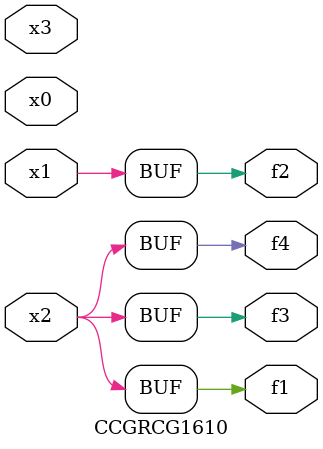
<source format=v>
module CCGRCG1610(
	input x0, x1, x2, x3,
	output f1, f2, f3, f4
);
	assign f1 = x2;
	assign f2 = x1;
	assign f3 = x2;
	assign f4 = x2;
endmodule

</source>
